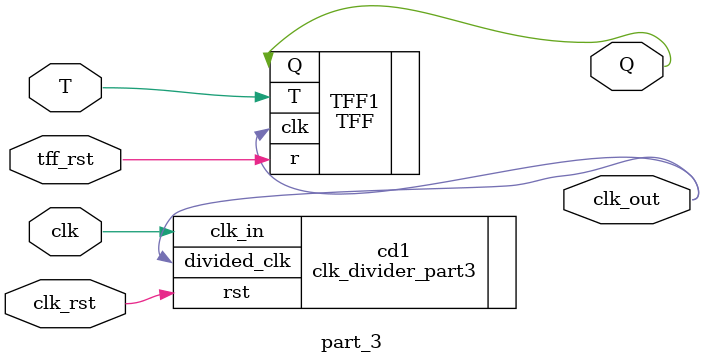
<source format=v>
`timescale 1ns / 1ps


module part_3(Q,T,tff_rst,clk_rst,clk,clk_out);
output Q,clk_out;
input T,tff_rst,clk_rst,clk;

clk_divider_part3 cd1(.divided_clk(clk_out),.clk_in(clk),.rst(clk_rst));

TFF TFF1(.Q(Q),.T(T),.r(tff_rst),.clk(clk_out));


endmodule

</source>
